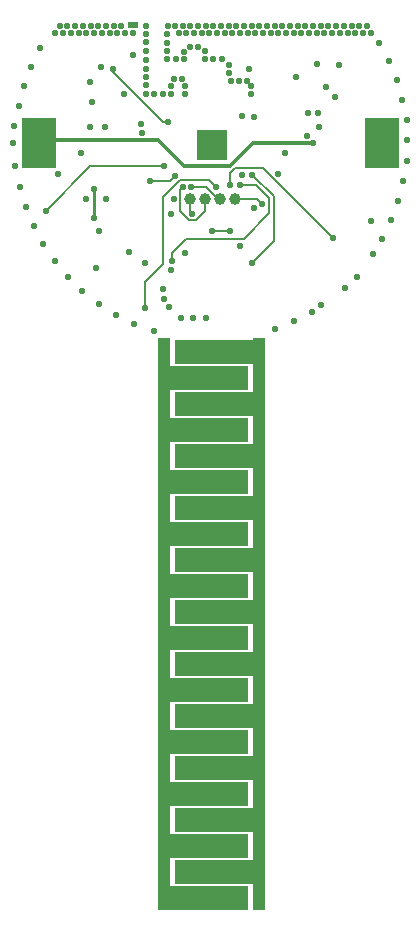
<source format=gbr>
%TF.GenerationSoftware,KiCad,Pcbnew,(5.1.6)-1*%
%TF.CreationDate,2020-11-28T14:47:10+02:00*%
%TF.ProjectId,PlantBuddy,506c616e-7442-4756-9464-792e6b696361,rev?*%
%TF.SameCoordinates,Original*%
%TF.FileFunction,Copper,L4,Bot*%
%TF.FilePolarity,Positive*%
%FSLAX46Y46*%
G04 Gerber Fmt 4.6, Leading zero omitted, Abs format (unit mm)*
G04 Created by KiCad (PCBNEW (5.1.6)-1) date 2020-11-28 14:47:10*
%MOMM*%
%LPD*%
G01*
G04 APERTURE LIST*
%TA.AperFunction,ViaPad*%
%ADD10R,0.900000X0.500000*%
%TD*%
%TA.AperFunction,ViaPad*%
%ADD11C,0.100000*%
%TD*%
%TA.AperFunction,Conductor*%
%ADD12R,2.500000X2.500000*%
%TD*%
%TA.AperFunction,ViaPad*%
%ADD13C,0.500000*%
%TD*%
%TA.AperFunction,SMDPad,CuDef*%
%ADD14R,3.000000X4.200000*%
%TD*%
%TA.AperFunction,SMDPad,CuDef*%
%ADD15C,1.000000*%
%TD*%
%TA.AperFunction,ViaPad*%
%ADD16C,0.550000*%
%TD*%
%TA.AperFunction,Conductor*%
%ADD17C,0.152400*%
%TD*%
%TA.AperFunction,Conductor*%
%ADD18C,0.250000*%
%TD*%
%TA.AperFunction,Conductor*%
%ADD19C,0.300000*%
%TD*%
G04 APERTURE END LIST*
D10*
%TO.N,GND*%
%TO.C,AE1*%
X59070000Y-54400000D03*
%TD*%
%TA.AperFunction,ViaPad*%
D11*
%TO.N,/THR*%
%TO.C,C4*%
G36*
X70219241Y-80863496D02*
G01*
X70220179Y-80863781D01*
X70221044Y-80864243D01*
X70221802Y-80864864D01*
X70222423Y-80865622D01*
X70222885Y-80866487D01*
X70223170Y-80867425D01*
X70223266Y-80868400D01*
X70223266Y-129340066D01*
X70223170Y-129341041D01*
X70222885Y-129341979D01*
X70222423Y-129342844D01*
X70221802Y-129343602D01*
X70221044Y-129344223D01*
X70220179Y-129344685D01*
X70219241Y-129344970D01*
X70218266Y-129345066D01*
X69219199Y-129345066D01*
X69218224Y-129344970D01*
X69217286Y-129344685D01*
X69216421Y-129344223D01*
X69215663Y-129343602D01*
X69215042Y-129342844D01*
X69214580Y-129341979D01*
X69214295Y-129341041D01*
X69214199Y-129340066D01*
X69214199Y-127143733D01*
X62623666Y-127143733D01*
X62622691Y-127143637D01*
X62621753Y-127143352D01*
X62620888Y-127142890D01*
X62620130Y-127142269D01*
X62619509Y-127141511D01*
X62619047Y-127140646D01*
X62618762Y-127139708D01*
X62618666Y-127138733D01*
X62618666Y-125132133D01*
X62618762Y-125131158D01*
X62619047Y-125130220D01*
X62619509Y-125129355D01*
X62620130Y-125128597D01*
X62620888Y-125127976D01*
X62621753Y-125127514D01*
X62622691Y-125127229D01*
X62623666Y-125127133D01*
X69214249Y-125127133D01*
X69209975Y-122736830D01*
X65919313Y-122734705D01*
X62623663Y-122732578D01*
X62622687Y-122732481D01*
X62621750Y-122732196D01*
X62620885Y-122731734D01*
X62620128Y-122731111D01*
X62619507Y-122730353D01*
X62619045Y-122729488D01*
X62618761Y-122728550D01*
X62618666Y-122727578D01*
X62618666Y-120729466D01*
X62618762Y-120728491D01*
X62619047Y-120727553D01*
X62619509Y-120726688D01*
X62620130Y-120725930D01*
X62620888Y-120725309D01*
X62621753Y-120724847D01*
X62622691Y-120724562D01*
X62623666Y-120724466D01*
X69214199Y-120724466D01*
X69214199Y-118329933D01*
X62623597Y-118329933D01*
X62622622Y-118329837D01*
X62621684Y-118329552D01*
X62620819Y-118329090D01*
X62620061Y-118328469D01*
X62619440Y-118327711D01*
X62618978Y-118326846D01*
X62618693Y-118325908D01*
X62618597Y-118324922D01*
X62620748Y-117323739D01*
X62622900Y-116322555D01*
X62622998Y-116321580D01*
X62623285Y-116320643D01*
X62623749Y-116319779D01*
X62624372Y-116319023D01*
X62625131Y-116318403D01*
X62625997Y-116317943D01*
X62626935Y-116317660D01*
X62627897Y-116317566D01*
X65923547Y-116315439D01*
X69214199Y-116313314D01*
X69214199Y-113927266D01*
X62623666Y-113927266D01*
X62622691Y-113927170D01*
X62621753Y-113926885D01*
X62620888Y-113926423D01*
X62620130Y-113925802D01*
X62619509Y-113925044D01*
X62619047Y-113924179D01*
X62618762Y-113923241D01*
X62618666Y-113922266D01*
X62618666Y-111915666D01*
X62618762Y-111914691D01*
X62619047Y-111913753D01*
X62619509Y-111912888D01*
X62620130Y-111912130D01*
X62620888Y-111911509D01*
X62621753Y-111911047D01*
X62622691Y-111910762D01*
X62623666Y-111910666D01*
X69214199Y-111910666D01*
X69214199Y-109516133D01*
X62623666Y-109516133D01*
X62622691Y-109516037D01*
X62621753Y-109515752D01*
X62620888Y-109515290D01*
X62620130Y-109514669D01*
X62619509Y-109513911D01*
X62619047Y-109513046D01*
X62618762Y-109512108D01*
X62618666Y-109511133D01*
X62618666Y-107513021D01*
X62618762Y-107512046D01*
X62619047Y-107511108D01*
X62619509Y-107510243D01*
X62620130Y-107509485D01*
X62620888Y-107508864D01*
X62621753Y-107508402D01*
X62622691Y-107508117D01*
X62623663Y-107508021D01*
X65919313Y-107505894D01*
X69209975Y-107503769D01*
X69214249Y-105113466D01*
X62623666Y-105113466D01*
X62622691Y-105113370D01*
X62621753Y-105113085D01*
X62620888Y-105112623D01*
X62620130Y-105112002D01*
X62619509Y-105111244D01*
X62619047Y-105110379D01*
X62618762Y-105109441D01*
X62618666Y-105108466D01*
X62618666Y-103101866D01*
X62618762Y-103100891D01*
X62619047Y-103099953D01*
X62619509Y-103099088D01*
X62620130Y-103098330D01*
X62620888Y-103097709D01*
X62621753Y-103097247D01*
X62622691Y-103096962D01*
X62623666Y-103096866D01*
X69214199Y-103096866D01*
X69214199Y-100702333D01*
X62623666Y-100702333D01*
X62622691Y-100702237D01*
X62621753Y-100701952D01*
X62620888Y-100701490D01*
X62620130Y-100700869D01*
X62619509Y-100700111D01*
X62619047Y-100699246D01*
X62618762Y-100698308D01*
X62618666Y-100697333D01*
X62618666Y-98699200D01*
X62618762Y-98698225D01*
X62619047Y-98697287D01*
X62619509Y-98696422D01*
X62620130Y-98695664D01*
X62620888Y-98695043D01*
X62621753Y-98694581D01*
X62622691Y-98694296D01*
X62623666Y-98694200D01*
X69214199Y-98694200D01*
X69214199Y-96299666D01*
X62623666Y-96299666D01*
X62622691Y-96299570D01*
X62621753Y-96299285D01*
X62620888Y-96298823D01*
X62620130Y-96298202D01*
X62619509Y-96297444D01*
X62619047Y-96296579D01*
X62618762Y-96295641D01*
X62618666Y-96294666D01*
X62618666Y-94288066D01*
X62618762Y-94287091D01*
X62619047Y-94286153D01*
X62619509Y-94285288D01*
X62620130Y-94284530D01*
X62620888Y-94283909D01*
X62621753Y-94283447D01*
X62622691Y-94283162D01*
X62623666Y-94283066D01*
X69214199Y-94283066D01*
X69214199Y-91888533D01*
X62623666Y-91888533D01*
X62622691Y-91888437D01*
X62621753Y-91888152D01*
X62620888Y-91887690D01*
X62620130Y-91887069D01*
X62619509Y-91886311D01*
X62619047Y-91885446D01*
X62618762Y-91884508D01*
X62618666Y-91883533D01*
X62618666Y-89885400D01*
X62618762Y-89884425D01*
X62619047Y-89883487D01*
X62619509Y-89882622D01*
X62620130Y-89881864D01*
X62620888Y-89881243D01*
X62621753Y-89880781D01*
X62622691Y-89880496D01*
X62623666Y-89880400D01*
X69214199Y-89880400D01*
X69214199Y-87485866D01*
X62623666Y-87485866D01*
X62622691Y-87485770D01*
X62621753Y-87485485D01*
X62620888Y-87485023D01*
X62620130Y-87484402D01*
X62619509Y-87483644D01*
X62619047Y-87482779D01*
X62618762Y-87481841D01*
X62618666Y-87480866D01*
X62618666Y-85474266D01*
X62618762Y-85473291D01*
X62619047Y-85472353D01*
X62619509Y-85471488D01*
X62620130Y-85470730D01*
X62620888Y-85470109D01*
X62621753Y-85469647D01*
X62622691Y-85469362D01*
X62623666Y-85469266D01*
X69214199Y-85469266D01*
X69214199Y-83074733D01*
X62623666Y-83074733D01*
X62622691Y-83074637D01*
X62621753Y-83074352D01*
X62620888Y-83073890D01*
X62620130Y-83073269D01*
X62619509Y-83072511D01*
X62619047Y-83071646D01*
X62618762Y-83070708D01*
X62618666Y-83069733D01*
X62618666Y-81071600D01*
X62618762Y-81070625D01*
X62619047Y-81069687D01*
X62619509Y-81068822D01*
X62620130Y-81068064D01*
X62620888Y-81067443D01*
X62621753Y-81066981D01*
X62622691Y-81066696D01*
X62623666Y-81066600D01*
X69214199Y-81066600D01*
X69214199Y-80868400D01*
X69214295Y-80867425D01*
X69214580Y-80866487D01*
X69215042Y-80865622D01*
X69215663Y-80864864D01*
X69216421Y-80864243D01*
X69217286Y-80863781D01*
X69218224Y-80863496D01*
X69219199Y-80863400D01*
X70218266Y-80863400D01*
X70219241Y-80863496D01*
G37*
%TD.AperFunction*%
%TA.AperFunction,ViaPad*%
%TO.N,GND*%
G36*
X62218241Y-80863496D02*
G01*
X62219179Y-80863781D01*
X62220044Y-80864243D01*
X62220802Y-80864864D01*
X62221423Y-80865622D01*
X62221885Y-80866487D01*
X62222170Y-80867425D01*
X62222266Y-80868400D01*
X62222266Y-83267933D01*
X68812799Y-83267933D01*
X68813774Y-83268029D01*
X68814712Y-83268314D01*
X68815577Y-83268776D01*
X68816335Y-83269397D01*
X68816956Y-83270155D01*
X68817418Y-83271020D01*
X68817703Y-83271958D01*
X68817799Y-83272933D01*
X68817799Y-85279533D01*
X68817703Y-85280508D01*
X68817418Y-85281446D01*
X68816956Y-85282311D01*
X68816335Y-85283069D01*
X68815577Y-85283690D01*
X68814712Y-85284152D01*
X68813774Y-85284437D01*
X68812799Y-85284533D01*
X62222217Y-85284533D01*
X62224354Y-86479674D01*
X62226490Y-87674836D01*
X65517153Y-87676960D01*
X68812803Y-87679088D01*
X68813779Y-87679185D01*
X68814716Y-87679470D01*
X68815581Y-87679932D01*
X68816338Y-87680555D01*
X68816959Y-87681313D01*
X68817421Y-87682178D01*
X68817705Y-87683116D01*
X68817800Y-87684088D01*
X68817799Y-88683144D01*
X68817799Y-89682200D01*
X68817703Y-89683175D01*
X68817418Y-89684113D01*
X68816956Y-89684978D01*
X68816335Y-89685736D01*
X68815577Y-89686357D01*
X68814712Y-89686819D01*
X68813774Y-89687104D01*
X68812799Y-89687200D01*
X62222266Y-89687200D01*
X62222266Y-92081733D01*
X68812869Y-92081733D01*
X68813844Y-92081829D01*
X68814782Y-92082114D01*
X68815647Y-92082576D01*
X68816405Y-92083197D01*
X68817026Y-92083955D01*
X68817488Y-92084820D01*
X68817773Y-92085758D01*
X68817869Y-92086744D01*
X68815718Y-93087927D01*
X68813566Y-94089110D01*
X68813468Y-94090085D01*
X68813181Y-94091022D01*
X68812717Y-94091886D01*
X68812094Y-94092642D01*
X68811335Y-94093262D01*
X68810469Y-94093722D01*
X68809531Y-94094005D01*
X68808569Y-94094099D01*
X65512919Y-94096227D01*
X62222266Y-94098351D01*
X62222266Y-96484399D01*
X68812799Y-96484399D01*
X68813774Y-96484495D01*
X68814712Y-96484780D01*
X68815577Y-96485242D01*
X68816335Y-96485863D01*
X68816956Y-96486621D01*
X68817418Y-96487486D01*
X68817703Y-96488424D01*
X68817799Y-96489399D01*
X68817799Y-98496000D01*
X68817703Y-98496975D01*
X68817418Y-98497913D01*
X68816956Y-98498778D01*
X68816335Y-98499536D01*
X68815577Y-98500157D01*
X68814712Y-98500619D01*
X68813774Y-98500904D01*
X68812799Y-98501000D01*
X62222266Y-98501000D01*
X62222266Y-100895533D01*
X68812799Y-100895533D01*
X68813774Y-100895629D01*
X68814712Y-100895914D01*
X68815577Y-100896376D01*
X68816335Y-100896997D01*
X68816956Y-100897755D01*
X68817418Y-100898620D01*
X68817703Y-100899558D01*
X68817799Y-100900533D01*
X68817799Y-101899589D01*
X68817800Y-102898645D01*
X68817704Y-102899620D01*
X68817419Y-102900558D01*
X68816957Y-102901423D01*
X68816336Y-102902181D01*
X68815578Y-102902802D01*
X68814713Y-102903264D01*
X68813775Y-102903549D01*
X68812803Y-102903645D01*
X65517153Y-102905772D01*
X62226490Y-102907897D01*
X62224354Y-104103059D01*
X62222217Y-105298200D01*
X68812799Y-105298200D01*
X68813774Y-105298296D01*
X68814712Y-105298581D01*
X68815577Y-105299043D01*
X68816335Y-105299664D01*
X68816956Y-105300422D01*
X68817418Y-105301287D01*
X68817703Y-105302225D01*
X68817799Y-105303200D01*
X68817799Y-107309799D01*
X68817703Y-107310774D01*
X68817418Y-107311712D01*
X68816956Y-107312577D01*
X68816335Y-107313335D01*
X68815577Y-107313956D01*
X68814712Y-107314418D01*
X68813774Y-107314703D01*
X68812799Y-107314799D01*
X62222266Y-107314799D01*
X62222266Y-109709333D01*
X68812799Y-109709333D01*
X68813774Y-109709429D01*
X68814712Y-109709714D01*
X68815577Y-109710176D01*
X68816335Y-109710797D01*
X68816956Y-109711555D01*
X68817418Y-109712420D01*
X68817703Y-109713358D01*
X68817799Y-109714333D01*
X68817799Y-111712466D01*
X68817703Y-111713441D01*
X68817418Y-111714379D01*
X68816956Y-111715244D01*
X68816335Y-111716002D01*
X68815577Y-111716623D01*
X68814712Y-111717085D01*
X68813774Y-111717370D01*
X68812799Y-111717466D01*
X62222266Y-111717466D01*
X62222266Y-114111999D01*
X68812799Y-114111999D01*
X68813774Y-114112095D01*
X68814712Y-114112380D01*
X68815577Y-114112842D01*
X68816335Y-114113463D01*
X68816956Y-114114221D01*
X68817418Y-114115086D01*
X68817703Y-114116024D01*
X68817799Y-114116999D01*
X68817799Y-116123600D01*
X68817703Y-116124575D01*
X68817418Y-116125513D01*
X68816956Y-116126378D01*
X68816335Y-116127136D01*
X68815577Y-116127757D01*
X68814712Y-116128219D01*
X68813774Y-116128504D01*
X68812799Y-116128600D01*
X62222266Y-116128600D01*
X62222266Y-118523133D01*
X68812799Y-118523133D01*
X68813774Y-118523229D01*
X68814712Y-118523514D01*
X68815577Y-118523976D01*
X68816335Y-118524597D01*
X68816956Y-118525355D01*
X68817418Y-118526220D01*
X68817703Y-118527158D01*
X68817799Y-118528133D01*
X68817799Y-120526266D01*
X68817703Y-120527241D01*
X68817418Y-120528179D01*
X68816956Y-120529044D01*
X68816335Y-120529802D01*
X68815577Y-120530423D01*
X68814712Y-120530885D01*
X68813774Y-120531170D01*
X68812799Y-120531266D01*
X62222266Y-120531266D01*
X62222266Y-122925800D01*
X68812799Y-122925800D01*
X68813774Y-122925896D01*
X68814712Y-122926181D01*
X68815577Y-122926643D01*
X68816335Y-122927264D01*
X68816956Y-122928022D01*
X68817418Y-122928887D01*
X68817703Y-122929825D01*
X68817799Y-122930800D01*
X68817799Y-124937400D01*
X68817703Y-124938375D01*
X68817418Y-124939313D01*
X68816956Y-124940178D01*
X68816335Y-124940936D01*
X68815577Y-124941557D01*
X68814712Y-124942019D01*
X68813774Y-124942304D01*
X68812799Y-124942400D01*
X62222266Y-124942400D01*
X62222266Y-127336933D01*
X68812799Y-127336933D01*
X68813774Y-127337029D01*
X68814712Y-127337314D01*
X68815577Y-127337776D01*
X68816335Y-127338397D01*
X68816956Y-127339155D01*
X68817418Y-127340020D01*
X68817703Y-127340958D01*
X68817799Y-127341933D01*
X68817799Y-129340066D01*
X68817703Y-129341041D01*
X68817418Y-129341979D01*
X68816956Y-129342844D01*
X68816335Y-129343602D01*
X68815577Y-129344223D01*
X68814712Y-129344685D01*
X68813774Y-129344970D01*
X68812799Y-129345066D01*
X61218200Y-129345066D01*
X61217225Y-129344970D01*
X61216287Y-129344685D01*
X61215422Y-129344223D01*
X61214664Y-129343602D01*
X61214043Y-129342844D01*
X61213581Y-129341979D01*
X61213296Y-129341041D01*
X61213200Y-129340066D01*
X61213200Y-80868400D01*
X61213296Y-80867425D01*
X61213581Y-80866487D01*
X61214043Y-80865622D01*
X61214664Y-80864864D01*
X61215422Y-80864243D01*
X61216287Y-80863781D01*
X61217225Y-80863496D01*
X61218200Y-80863400D01*
X62217266Y-80863400D01*
X62218241Y-80863496D01*
G37*
%TD.AperFunction*%
%TD*%
D12*
%TO.N,GND*%
%TO.C,U5*%
X65785000Y-64565000D03*
D13*
X66785000Y-63565000D03*
X66785000Y-64565000D03*
X66785000Y-65565000D03*
X65785000Y-63565000D03*
X65785000Y-64565000D03*
X65785000Y-65565000D03*
X64785000Y-63565000D03*
X64785000Y-64565000D03*
X64785000Y-65565000D03*
%TD*%
D14*
%TO.P,BT1,1*%
%TO.N,Net-(BT1-Pad1)*%
X51090000Y-64370000D03*
%TO.P,BT1,2*%
%TO.N,Net-(BT1-Pad2)*%
X80190000Y-64370000D03*
%TD*%
D15*
%TO.P,J1,4*%
%TO.N,GND*%
X63880000Y-69140000D03*
%TO.P,J1,3*%
%TO.N,/SWDIO*%
X65150000Y-69140000D03*
%TO.P,J1,2*%
%TO.N,/SWCLK*%
X66420000Y-69140000D03*
%TO.P,J1,1*%
%TO.N,+BATT*%
X67690000Y-69140000D03*
%TD*%
D16*
%TO.N,+BATT*%
X60120000Y-74590000D03*
X68890000Y-58140000D03*
X55430000Y-59210000D03*
X59800000Y-62770000D03*
X58340000Y-60200000D03*
X68180000Y-73100000D03*
X63500000Y-73700000D03*
X76210000Y-60470000D03*
X74790000Y-61880000D03*
X74840000Y-63000000D03*
X62552589Y-69113012D03*
X70020000Y-69570000D03*
X71391514Y-67031985D03*
X79250000Y-71020000D03*
%TO.N,Net-(BT1-Pad2)*%
X80190000Y-64370000D03*
%TO.N,Net-(C9-Pad1)*%
X62040000Y-62630000D03*
X57410000Y-58150000D03*
%TO.N,/SWDIO*%
X63288077Y-68099127D03*
%TO.N,/SWCLK*%
X64038031Y-68089776D03*
%TO.N,/SDA*%
X60500000Y-67570000D03*
X67279999Y-71870001D03*
X65758790Y-71870000D03*
X62630686Y-67161210D03*
%TO.N,/fHumidity*%
X51720000Y-70120000D03*
X61681210Y-66371210D03*
%TO.N,GND*%
X64170000Y-79200000D03*
X72860000Y-58780000D03*
X59100000Y-56970000D03*
X56360000Y-57970000D03*
X55420000Y-63030000D03*
X56710000Y-63020000D03*
X56210000Y-71870000D03*
X55920000Y-74940000D03*
X58780000Y-73630000D03*
X52700000Y-67040000D03*
X56820000Y-69160000D03*
X55090000Y-69100000D03*
X69350000Y-62200000D03*
X63120000Y-79220000D03*
X65240000Y-79230000D03*
X62300000Y-75180000D03*
X61670000Y-76730000D03*
X61680000Y-77640000D03*
X62150000Y-78310000D03*
X80752629Y-57444113D03*
X81400448Y-59054766D03*
X81876359Y-60724310D03*
X82250000Y-62430000D03*
X82293541Y-64166464D03*
X82260000Y-65901359D03*
X81985944Y-67620135D03*
X81563322Y-69303958D03*
X80967009Y-70934381D03*
X80203536Y-72493541D03*
X79450000Y-73790000D03*
X78050000Y-75770000D03*
X77040000Y-76650000D03*
X75030000Y-78070000D03*
X74230000Y-78660000D03*
X72695887Y-79472629D03*
X71085234Y-80120448D03*
X60836042Y-80283322D03*
X59205619Y-79687009D03*
X57646459Y-78923536D03*
X56175644Y-78001270D03*
X54809291Y-76930313D03*
X53562367Y-75722401D03*
X52448536Y-74390767D03*
X51480000Y-72950000D03*
X50667371Y-71415887D03*
X50019552Y-69805234D03*
X49543641Y-68135690D03*
X49434056Y-61239865D03*
X49856678Y-59556042D03*
X50452991Y-57925619D03*
X51216464Y-56366459D03*
X79940000Y-55910000D03*
X52500000Y-55100000D03*
X79200000Y-55100000D03*
X78550000Y-55100000D03*
X77900000Y-55100000D03*
X77250000Y-55100000D03*
X76600000Y-55100000D03*
X75950000Y-55100000D03*
X75300000Y-55100000D03*
X74650000Y-55100000D03*
X74000000Y-55100000D03*
X73350000Y-55100000D03*
X72700000Y-55100000D03*
X72050000Y-55100000D03*
X71400000Y-55100000D03*
X70750000Y-55100000D03*
X70100000Y-55100000D03*
X69450000Y-55100000D03*
X68800000Y-55100000D03*
X68150000Y-55100000D03*
X67500000Y-55100000D03*
X66850000Y-55100000D03*
X66200000Y-55100000D03*
X65550000Y-55100000D03*
X64900000Y-55100000D03*
X64250000Y-55100000D03*
X63600000Y-55100000D03*
X62950000Y-55100000D03*
X62000000Y-55200000D03*
X59050000Y-55100000D03*
X58400000Y-55100000D03*
X57750000Y-55100000D03*
X57100000Y-55100000D03*
X56450000Y-55100000D03*
X55800000Y-55100000D03*
X55150000Y-55100000D03*
X54500000Y-55100000D03*
X53850000Y-55100000D03*
X53200000Y-55100000D03*
X62000000Y-55900000D03*
X62000000Y-56600000D03*
X62000000Y-57300000D03*
X62700000Y-57300000D03*
X63400000Y-57300000D03*
X63400000Y-56700000D03*
X63900000Y-56300000D03*
X64600000Y-56300000D03*
X65200000Y-56600000D03*
X65200000Y-57300000D03*
X65900000Y-57300000D03*
X66600000Y-57300000D03*
X67200000Y-57800000D03*
X67200000Y-58500000D03*
X67400000Y-59100000D03*
X68100000Y-59100000D03*
X68700000Y-59100000D03*
X69100000Y-59600000D03*
X69100000Y-60200000D03*
X63500000Y-60200000D03*
X63500000Y-59600000D03*
X63200000Y-59000000D03*
X62600000Y-59000000D03*
X62300000Y-59600000D03*
X62300000Y-60200000D03*
X61600000Y-60200000D03*
X60900000Y-60200000D03*
X60200000Y-60200000D03*
X60200000Y-59500000D03*
X60200000Y-58800000D03*
X60200000Y-58100000D03*
X60200000Y-57400000D03*
X60200000Y-56600000D03*
X60200000Y-55800000D03*
X60200000Y-55200000D03*
X78890000Y-54520000D03*
X78240000Y-54520000D03*
X77590000Y-54520000D03*
X76940000Y-54520000D03*
X76290000Y-54520000D03*
X75640000Y-54520000D03*
X74990000Y-54520000D03*
X74340000Y-54520000D03*
X73690000Y-54520000D03*
X73040000Y-54520000D03*
X72390000Y-54520000D03*
X71740000Y-54520000D03*
X71090000Y-54520000D03*
X70440000Y-54520000D03*
X69790000Y-54520000D03*
X69140000Y-54520000D03*
X68490000Y-54520000D03*
X67840000Y-54520000D03*
X67190000Y-54520000D03*
X66540000Y-54520000D03*
X65890000Y-54520000D03*
X65240000Y-54520000D03*
X64590000Y-54520000D03*
X63940000Y-54520000D03*
X63290000Y-54520000D03*
X62640000Y-54520000D03*
X62030000Y-54520000D03*
X60210000Y-54510000D03*
X58090000Y-54520000D03*
X57440000Y-54520000D03*
X56790000Y-54520000D03*
X56140000Y-54520000D03*
X55490000Y-54520000D03*
X54840000Y-54520000D03*
X54190000Y-54520000D03*
X53540000Y-54520000D03*
X52890000Y-54520000D03*
X68280000Y-67060000D03*
X68280000Y-62080000D03*
X55580000Y-60910000D03*
X59890000Y-63524990D03*
X69326506Y-69855628D03*
X54670000Y-65268790D03*
X71950000Y-65270000D03*
X73860000Y-63790000D03*
X73870000Y-61810000D03*
X75420000Y-59670000D03*
X74650000Y-57730000D03*
X76500000Y-57750000D03*
X49040000Y-62970000D03*
X48950000Y-64430000D03*
X49080000Y-66310000D03*
X62300000Y-70360000D03*
X64120000Y-70370000D03*
%TO.N,Net-(BT1-Pad1)*%
X74290000Y-64420000D03*
%TO.N,Net-(C1-Pad1)*%
X55750000Y-70710000D03*
X55760000Y-68290000D03*
%TO.N,/~SOIL_EN~*%
X60140000Y-78360000D03*
X66120000Y-68080000D03*
%TO.N,/~BLE_RST*%
X67290000Y-67980000D03*
X76020000Y-72440000D03*
%TO.N,/LEDY*%
X69150000Y-74560000D03*
X69142647Y-67060009D03*
%TO.N,/LEDR*%
X68115278Y-67926379D03*
X62420000Y-74390000D03*
%TD*%
D17*
%TO.N,+BATT*%
X69590000Y-69140000D02*
X70020000Y-69570000D01*
X67690000Y-69140000D02*
X69590000Y-69140000D01*
%TO.N,Net-(C9-Pad1)*%
X57410000Y-58388908D02*
X57410000Y-58150000D01*
X62040000Y-62630000D02*
X61651092Y-62630000D01*
X61651092Y-62630000D02*
X57410000Y-58388908D01*
%TO.N,/SWDIO*%
X64384577Y-70921201D02*
X63855423Y-70921201D01*
X63103799Y-68283405D02*
X63288077Y-68099127D01*
X63103799Y-70169577D02*
X63103799Y-68283405D01*
X65150000Y-70155778D02*
X64384577Y-70921201D01*
X65150000Y-69140000D02*
X65150000Y-70155778D01*
X63855423Y-70921201D02*
X63103799Y-70169577D01*
%TO.N,/SWCLK*%
X65240128Y-68089776D02*
X64038031Y-68089776D01*
X66290352Y-69140000D02*
X65240128Y-68089776D01*
X66420000Y-69140000D02*
X66290352Y-69140000D01*
%TO.N,/SDA*%
X67279999Y-71870001D02*
X66147698Y-71870000D01*
X66147698Y-71870000D02*
X65758790Y-71870000D01*
X60500000Y-67570000D02*
X62221896Y-67570000D01*
X62221896Y-67570000D02*
X62630686Y-67161210D01*
%TO.N,/fHumidity*%
X55468790Y-66371210D02*
X61681210Y-66371210D01*
X51720000Y-70120000D02*
X55468790Y-66371210D01*
D18*
%TO.N,GND*%
X64160000Y-79205000D02*
X64165000Y-79205000D01*
X64165000Y-79205000D02*
X64170000Y-79200000D01*
D17*
X63880000Y-70130000D02*
X64120000Y-70370000D01*
X63880000Y-69140000D02*
X63880000Y-70130000D01*
D19*
%TO.N,Net-(BT1-Pad1)*%
X54140000Y-64150000D02*
X52140001Y-64150000D01*
X69237247Y-64420000D02*
X67317247Y-66340000D01*
X74290000Y-64420000D02*
X69237247Y-64420000D01*
X63430328Y-66340000D02*
X61240328Y-64150000D01*
X67317247Y-66340000D02*
X63430328Y-66340000D01*
X61240328Y-64150000D02*
X54140000Y-64150000D01*
D18*
%TO.N,Net-(C1-Pad1)*%
X55750000Y-70710000D02*
X55750000Y-68300000D01*
X55750000Y-68300000D02*
X55760000Y-68290000D01*
D17*
%TO.N,/~SOIL_EN~*%
X63083423Y-67524251D02*
X65564251Y-67524251D01*
X65564251Y-67524251D02*
X66120000Y-68080000D01*
X61670000Y-74620000D02*
X61670000Y-68937674D01*
X61670000Y-68937674D02*
X63083423Y-67524251D01*
X60140000Y-76150000D02*
X61670000Y-74620000D01*
X60140000Y-78360000D02*
X60140000Y-76150000D01*
%TO.N,/~BLE_RST*%
X73420000Y-69840000D02*
X76020000Y-72440000D01*
X70088799Y-66508799D02*
X73420000Y-69840000D01*
X67751201Y-66508799D02*
X70088799Y-66508799D01*
X67290000Y-66970000D02*
X67751201Y-66508799D01*
X67290000Y-67980000D02*
X67290000Y-66970000D01*
%TO.N,/LEDY*%
X69150000Y-74560000D02*
X70990000Y-72720000D01*
X70990000Y-68907362D02*
X69142647Y-67060009D01*
X70990000Y-72720000D02*
X70990000Y-68907362D01*
%TO.N,/LEDR*%
X68115278Y-67926379D02*
X69510633Y-67926379D01*
X69510633Y-67926379D02*
X70637589Y-69053335D01*
X70637589Y-69053335D02*
X70637589Y-70352411D01*
X70637589Y-70352411D02*
X68500000Y-72490000D01*
X63600000Y-72490000D02*
X62420000Y-73670000D01*
X68500000Y-72490000D02*
X63600000Y-72490000D01*
X62420000Y-73670000D02*
X62420000Y-74390000D01*
%TD*%
M02*

</source>
